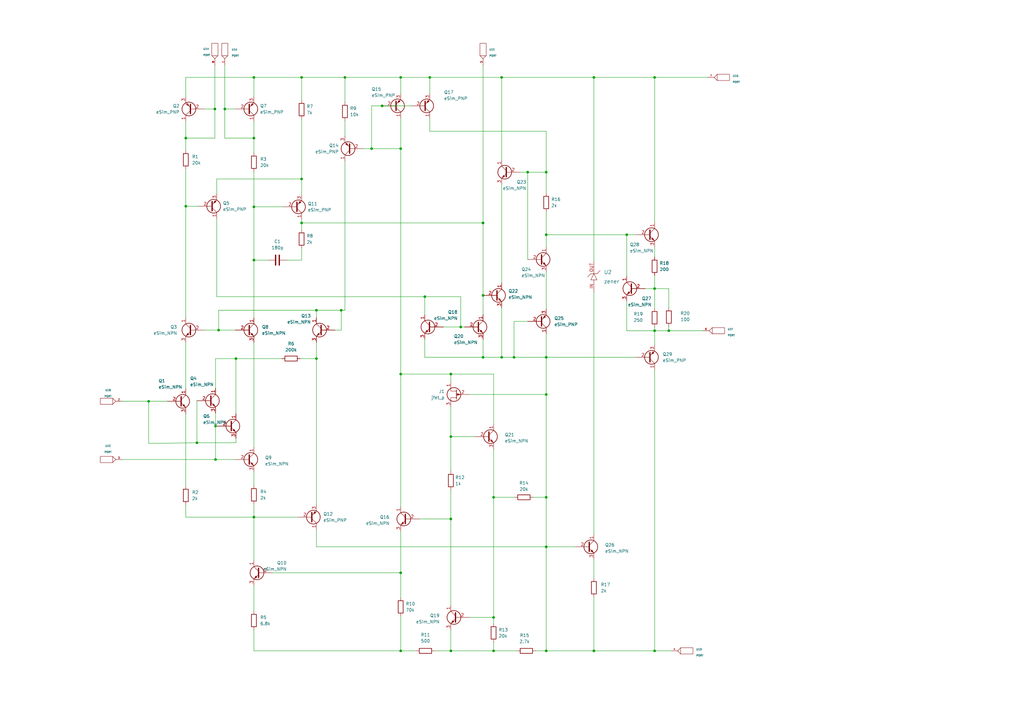
<source format=kicad_sch>
(kicad_sch (version 20211123) (generator eeschema)
  (paper "A3")
  (lib_symbols
    (symbol "eSim_Analog:zener" (pin_names (offset 1.016))
      (property "Reference" "U" (at -1.27 -2.54 0))
      (property "Value" "zener" (at 0 2.54 0))
      (symbol "zener_0_1"
        (polyline (pts (xy 2.54 -1.27) (xy 1.27 -2.54)))
        (polyline (pts (xy 2.54 1.27) (xy 2.54 -1.27)))
        (polyline (pts (xy 2.54 1.27) (xy 3.81 2.54)))
        (polyline (pts (xy 0 1.27) (xy 0 -1.27) (xy 2.54 0) (xy 0 1.27)))
      )
      (symbol "zener_1_1"
        (pin input line (at -5.08 0 0) (length 5.08) (name "~") (number "IN"))
        (pin output line (at 7.62 0 180) (length 5.08) (name "~") (number "OUT"))
      )
    )
    (symbol "eSim_Devices:capacitor" (pin_numbers hide) (pin_names (offset 0.254))
      (property "Reference" "C" (at 0.635 2.54 0))
      (property "Value" "capacitor" (at 0.635 -2.54 0))
      (symbol "capacitor_0_1"
        (polyline (pts (xy -2.032 -0.762) (xy 2.032 -0.762)) (stroke (width 0.508)))
        (polyline (pts (xy -2.032 0.762) (xy 2.032 0.762)) (stroke (width 0.508)))
      )
      (symbol "capacitor_1_1"
        (pin passive line (at 0 3.81 270) (length 2.794) (name "~") (number "1"))
        (pin passive line (at 0 -3.81 90) (length 2.794) (name "~") (number "2"))
      )
    )
    (symbol "eSim_Devices:eSim_NPN" (pin_names (offset 0) hide)
      (property "Reference" "Q" (at -2.54 1.27 0))
      (property "Value" "eSim_NPN" (at -1.27 3.81 0))
      (symbol "eSim_NPN_0_1"
        (polyline (pts (xy 0.635 0.635) (xy 2.54 2.54)))
        (polyline (pts (xy 0.635 -0.635) (xy 2.54 -2.54) (xy 2.54 -2.54)))
        (polyline (pts (xy 0.635 1.905) (xy 0.635 -1.905) (xy 0.635 -1.905)) (stroke (width 0.508)))
        (polyline (pts (xy 1.27 -1.778) (xy 1.778 -1.27) (xy 2.286 -2.286) (xy 1.27 -1.778) (xy 1.27 -1.778)) (fill (type outline)))
        (circle (center 1.27 0) (radius 2.8194) (stroke (width 0.254)))
      )
      (symbol "eSim_NPN_1_1"
        (pin passive line (at 2.54 5.08 270) (length 2.54) (name "C") (number "1"))
        (pin passive line (at -5.08 0 0) (length 5.715) (name "B") (number "2"))
        (pin passive line (at 2.54 -5.08 90) (length 2.54) (name "E") (number "3"))
      )
    )
    (symbol "eSim_Devices:eSim_PNP" (pin_names (offset 0) hide)
      (property "Reference" "Q" (at -2.54 1.27 0))
      (property "Value" "eSim_PNP" (at -1.27 3.81 0))
      (symbol "eSim_PNP_0_1"
        (polyline (pts (xy 0.635 0.635) (xy 2.54 2.54)))
        (polyline (pts (xy 0.635 -0.635) (xy 2.54 -2.54) (xy 2.54 -2.54)))
        (polyline (pts (xy 0.635 1.905) (xy 0.635 -1.905) (xy 0.635 -1.905)) (stroke (width 0.508)))
        (polyline (pts (xy 2.286 -1.778) (xy 1.778 -2.286) (xy 1.27 -1.27) (xy 2.286 -1.778) (xy 2.286 -1.778)) (fill (type outline)))
        (circle (center 1.27 0) (radius 2.8194) (stroke (width 0.254)))
      )
      (symbol "eSim_PNP_1_1"
        (pin passive line (at 2.54 5.08 270) (length 2.54) (name "C") (number "1"))
        (pin passive line (at -5.08 0 0) (length 5.715) (name "B") (number "2"))
        (pin passive line (at 2.54 -5.08 90) (length 2.54) (name "E") (number "3"))
      )
    )
    (symbol "eSim_Devices:jfet_p" (pin_names (offset 0) hide)
      (property "Reference" "J" (at -2.54 1.27 0))
      (property "Value" "jfet_p" (at -1.27 3.81 0))
      (symbol "jfet_p_0_1"
        (polyline (pts (xy 0.254 1.905) (xy 0.254 -1.905) (xy 0.254 -1.905)) (stroke (width 0.254)))
        (polyline (pts (xy 2.54 -2.54) (xy 2.54 -1.27) (xy 0.254 -1.27)))
        (polyline (pts (xy 2.54 2.54) (xy 2.54 1.397) (xy 0.254 1.397)))
        (polyline (pts (xy -1.143 0) (xy -0.127 0.381) (xy -0.127 -0.381) (xy -1.143 0)) (fill (type outline)))
        (circle (center 1.27 0) (radius 2.8194) (stroke (width 0.254)))
      )
      (symbol "jfet_p_1_1"
        (pin passive line (at 2.54 5.08 270) (length 2.54) (name "D") (number "1"))
        (pin passive line (at -5.08 0 0) (length 5.334) (name "G") (number "2"))
        (pin passive line (at 2.54 -5.08 90) (length 2.54) (name "S") (number "3"))
      )
    )
    (symbol "eSim_Devices:resistor" (pin_numbers hide) (pin_names (offset 0))
      (property "Reference" "R" (at 1.27 3.302 0))
      (property "Value" "resistor" (at 1.27 -1.27 0))
      (symbol "resistor_0_1"
        (rectangle (start 3.81 0.254) (end -1.27 2.286) (stroke (width 0.254)))
      )
      (symbol "resistor_1_1"
        (pin passive line (at -2.54 1.27 0) (length 1.27) (name "~") (number "1"))
        (pin passive line (at 5.08 1.27 180) (length 1.27) (name "~") (number "2"))
      )
    )
    (symbol "eSim_Miscellaneous:PORT" (pin_names (offset 1.016))
      (property "Reference" "U" (at 1.27 2.54 0))
      (property "Value" "PORT" (at 0 0 0))
      (symbol "PORT_0_1"
        (rectangle (start -2.54 1.27) (end 2.54 -1.27))
        (arc (start 2.54 1.27) (mid 3.1355 0.5955) (end 3.81 0))
        (arc (start 3.81 0) (mid 3.1447 -0.6046) (end 2.54 -1.27))
      )
      (symbol "PORT_1_1"
        (pin bidirectional line (at 6.35 0 180) (length 2.54) (name "~") (number "1"))
      )
      (symbol "PORT_2_1"
        (pin bidirectional line (at 6.35 0 180) (length 2.54) (name "~") (number "2"))
      )
      (symbol "PORT_3_1"
        (pin bidirectional line (at 6.35 0 180) (length 2.54) (name "~") (number "3"))
      )
      (symbol "PORT_4_1"
        (pin bidirectional line (at 6.35 0 180) (length 2.54) (name "~") (number "4"))
      )
      (symbol "PORT_5_1"
        (pin bidirectional line (at 6.35 0 180) (length 2.54) (name "~") (number "5"))
      )
      (symbol "PORT_6_1"
        (pin bidirectional line (at 6.35 0 180) (length 2.54) (name "~") (number "6"))
      )
      (symbol "PORT_7_1"
        (pin bidirectional line (at 6.35 0 180) (length 2.54) (name "~") (number "7"))
      )
      (symbol "PORT_8_1"
        (pin bidirectional line (at 6.35 0 180) (length 2.54) (name "~") (number "8"))
      )
      (symbol "PORT_9_1"
        (pin bidirectional line (at 6.35 0 180) (length 2.54) (name "~") (number "9"))
      )
      (symbol "PORT_10_1"
        (pin bidirectional line (at 6.35 0 180) (length 2.54) (name "~") (number "10"))
      )
      (symbol "PORT_11_1"
        (pin bidirectional line (at 6.35 0 180) (length 2.54) (name "~") (number "11"))
      )
      (symbol "PORT_12_1"
        (pin bidirectional line (at 6.35 0 180) (length 2.54) (name "~") (number "12"))
      )
      (symbol "PORT_13_1"
        (pin bidirectional line (at 6.35 0 180) (length 2.54) (name "~") (number "13"))
      )
      (symbol "PORT_14_1"
        (pin bidirectional line (at 6.35 0 180) (length 2.54) (name "~") (number "14"))
      )
      (symbol "PORT_15_1"
        (pin bidirectional line (at 6.35 0 180) (length 2.54) (name "~") (number "15"))
      )
      (symbol "PORT_16_1"
        (pin bidirectional line (at 6.35 0 180) (length 2.54) (name "~") (number "16"))
      )
      (symbol "PORT_17_1"
        (pin bidirectional line (at 6.35 0 180) (length 2.54) (name "~") (number "17"))
      )
      (symbol "PORT_18_1"
        (pin bidirectional line (at 6.35 0 180) (length 2.54) (name "~") (number "18"))
      )
      (symbol "PORT_19_1"
        (pin bidirectional line (at 6.35 0 180) (length 2.54) (name "~") (number "19"))
      )
      (symbol "PORT_20_1"
        (pin bidirectional line (at 6.35 0 180) (length 2.54) (name "~") (number "20"))
      )
      (symbol "PORT_21_1"
        (pin bidirectional line (at 6.35 0 180) (length 2.54) (name "~") (number "21"))
      )
      (symbol "PORT_22_1"
        (pin bidirectional line (at 6.35 0 180) (length 2.54) (name "~") (number "22"))
      )
      (symbol "PORT_23_1"
        (pin bidirectional line (at 6.35 0 180) (length 2.54) (name "~") (number "23"))
      )
      (symbol "PORT_24_1"
        (pin bidirectional line (at 6.35 0 180) (length 2.54) (name "~") (number "24"))
      )
      (symbol "PORT_25_1"
        (pin bidirectional line (at 6.35 0 180) (length 2.54) (name "~") (number "25"))
      )
      (symbol "PORT_26_1"
        (pin bidirectional line (at 6.35 0 180) (length 2.54) (name "~") (number "26"))
      )
    )
  )
  (junction (at 89.662 135.382))
  (junction (at 224.028 96.266))
  (junction (at 80.772 181.61))
  (junction (at 156.718 43.434))
  (junction (at 184.912 266.954))
  (junction (at 184.912 212.852))
  (junction (at 202.438 253.238))
  (junction (at 92.202 44.704))
  (junction (at 243.586 31.75))
  (junction (at 274.32 135.636))
  (junction (at 202.438 266.954))
  (junction (at 96.774 147.066))
  (junction (at 268.478 135.636))
  (junction (at 268.478 266.954))
  (junction (at 224.028 146.558))
  (junction (at 174.244 121.666))
  (junction (at 104.14 106.68))
  (junction (at 123.698 73.406))
  (junction (at 184.912 153.416))
  (junction (at 60.96 164.592))
  (junction (at 164.338 60.96))
  (junction (at 224.028 203.962))
  (junction (at 198.12 121.158))
  (junction (at 88.138 44.704))
  (junction (at 104.14 84.836))
  (junction (at 184.912 179.07))
  (junction (at 205.74 31.75))
  (junction (at 210.82 146.558))
  (junction (at 76.2 84.582))
  (junction (at 224.028 224.282))
  (junction (at 205.74 146.558))
  (junction (at 224.028 70.612))
  (junction (at 176.276 31.75))
  (junction (at 188.976 134.112))
  (junction (at 164.338 31.75))
  (junction (at 123.698 91.44))
  (junction (at 152.4 60.96))
  (junction (at 123.698 31.75))
  (junction (at 88.392 188.468))
  (junction (at 243.586 266.954))
  (junction (at 224.028 161.798))
  (junction (at 141.478 31.75))
  (junction (at 216.408 70.612))
  (junction (at 257.048 96.266))
  (junction (at 224.028 266.954))
  (junction (at 268.478 118.364))
  (junction (at 198.12 146.558))
  (junction (at 104.14 56.642))
  (junction (at 198.12 91.44))
  (junction (at 164.338 153.416))
  (junction (at 88.392 174.752))
  (junction (at 164.338 266.954))
  (junction (at 139.954 127.254))
  (junction (at 202.438 203.962))
  (junction (at 268.478 31.75))
  (junction (at 104.14 212.09))
  (junction (at 129.794 127.254))
  (junction (at 129.794 147.066))
  (junction (at 164.338 234.95))
  (junction (at 76.2 56.642))
  (junction (at 104.14 31.75))
  (wire (pts (xy 257.048 135.636) (xy 268.478 135.636)))
  (wire (pts (xy 164.338 153.416) (xy 164.338 207.772)))
  (wire (pts (xy 184.912 179.07) (xy 194.818 179.07)))
  (wire (pts (xy 274.32 133.858) (xy 274.32 135.636)))
  (wire (pts (xy 171.958 212.852) (xy 184.912 212.852)))
  (wire (pts (xy 184.912 153.416) (xy 202.438 153.416)))
  (wire (pts (xy 213.36 70.612) (xy 216.408 70.612)))
  (wire (pts (xy 164.338 252.73) (xy 164.338 266.954)))
  (wire (pts (xy 164.338 60.96) (xy 164.338 153.416)))
  (wire (pts (xy 219.71 266.954) (xy 224.028 266.954)))
  (wire (pts (xy 123.698 31.75) (xy 141.478 31.75)))
  (wire (pts (xy 76.2 84.582) (xy 76.2 130.302)))
  (wire (pts (xy 111.76 234.95) (xy 164.338 234.95)))
  (wire (pts (xy 129.794 224.282) (xy 224.028 224.282)))
  (wire (pts (xy 198.12 139.192) (xy 198.12 146.558)))
  (wire (pts (xy 184.912 153.416) (xy 184.912 156.718)))
  (wire (pts (xy 76.2 39.624) (xy 76.2 31.75)))
  (wire (pts (xy 268.478 118.364) (xy 264.668 118.364)))
  (wire (pts (xy 76.2 31.75) (xy 104.14 31.75)))
  (wire (pts (xy 174.244 129.032) (xy 174.244 121.666)))
  (wire (pts (xy 104.14 70.358) (xy 104.14 84.836)))
  (wire (pts (xy 257.048 123.444) (xy 257.048 135.636)))
  (wire (pts (xy 139.954 135.382) (xy 137.414 135.382)))
  (wire (pts (xy 104.14 31.75) (xy 123.698 31.75)))
  (wire (pts (xy 181.864 134.112) (xy 188.976 134.112)))
  (wire (pts (xy 123.698 73.406) (xy 123.698 79.756)))
  (wire (pts (xy 129.794 127.254) (xy 139.954 127.254)))
  (wire (pts (xy 152.4 43.434) (xy 156.718 43.434)))
  (wire (pts (xy 243.586 266.954) (xy 268.478 266.954)))
  (wire (pts (xy 104.14 212.09) (xy 122.174 212.09)))
  (wire (pts (xy 174.244 139.192) (xy 174.244 146.558)))
  (wire (pts (xy 96.774 169.672) (xy 96.774 147.066)))
  (wire (pts (xy 88.138 26.67) (xy 88.138 44.704)))
  (wire (pts (xy 88.9 73.406) (xy 123.698 73.406)))
  (wire (pts (xy 205.74 31.75) (xy 243.586 31.75)))
  (wire (pts (xy 202.438 184.15) (xy 202.438 203.962)))
  (wire (pts (xy 123.698 91.44) (xy 198.12 91.44)))
  (wire (pts (xy 152.4 43.434) (xy 152.4 60.96)))
  (wire (pts (xy 198.12 26.67) (xy 198.12 91.44)))
  (wire (pts (xy 176.276 48.514) (xy 176.276 53.848)))
  (wire (pts (xy 257.048 113.284) (xy 257.048 96.266)))
  (wire (pts (xy 164.338 217.932) (xy 164.338 234.95)))
  (wire (pts (xy 129.794 147.066) (xy 129.794 207.01)))
  (wire (pts (xy 224.028 146.558) (xy 224.028 161.798)))
  (wire (pts (xy 268.478 118.364) (xy 268.478 126.492)))
  (wire (pts (xy 104.14 258.318) (xy 104.14 266.954)))
  (wire (pts (xy 88.392 174.752) (xy 89.154 174.752)))
  (wire (pts (xy 184.912 212.852) (xy 184.912 248.158)))
  (wire (pts (xy 60.96 164.592) (xy 50.038 164.592)))
  (wire (pts (xy 184.912 266.954) (xy 202.438 266.954)))
  (wire (pts (xy 243.586 229.362) (xy 243.586 237.236)))
  (wire (pts (xy 89.662 135.382) (xy 89.662 127.254)))
  (wire (pts (xy 184.912 193.294) (xy 184.912 179.07)))
  (wire (pts (xy 104.14 193.548) (xy 104.14 199.136)))
  (wire (pts (xy 88.392 169.418) (xy 88.392 174.752)))
  (wire (pts (xy 139.954 127.254) (xy 139.954 135.382)))
  (wire (pts (xy 176.276 31.75) (xy 176.276 38.354)))
  (wire (pts (xy 224.028 86.868) (xy 224.028 96.266)))
  (wire (pts (xy 129.794 217.17) (xy 129.794 224.282)))
  (wire (pts (xy 88.138 44.704) (xy 88.138 56.642)))
  (wire (pts (xy 89.662 127.254) (xy 129.794 127.254)))
  (wire (pts (xy 83.82 44.704) (xy 88.138 44.704)))
  (wire (pts (xy 123.698 106.68) (xy 123.698 101.854)))
  (wire (pts (xy 202.438 253.238) (xy 192.532 253.238)))
  (wire (pts (xy 202.438 266.954) (xy 212.09 266.954)))
  (wire (pts (xy 205.74 65.532) (xy 205.74 31.75)))
  (wire (pts (xy 80.772 164.338) (xy 80.772 181.61)))
  (wire (pts (xy 274.32 118.364) (xy 274.32 126.238)))
  (wire (pts (xy 139.954 127.254) (xy 141.478 127.254)))
  (wire (pts (xy 104.14 266.954) (xy 164.338 266.954)))
  (wire (pts (xy 88.392 147.066) (xy 96.774 147.066)))
  (wire (pts (xy 210.82 146.558) (xy 224.028 146.558)))
  (wire (pts (xy 76.2 69.342) (xy 76.2 84.582)))
  (wire (pts (xy 257.048 96.266) (xy 260.858 96.266)))
  (wire (pts (xy 224.028 53.848) (xy 224.028 70.612)))
  (wire (pts (xy 88.392 174.752) (xy 88.392 188.468)))
  (wire (pts (xy 202.438 203.962) (xy 211.074 203.962)))
  (wire (pts (xy 224.028 136.906) (xy 224.028 146.558)))
  (wire (pts (xy 81.28 84.582) (xy 76.2 84.582)))
  (wire (pts (xy 141.478 49.53) (xy 141.478 55.88)))
  (wire (pts (xy 123.698 91.44) (xy 123.698 94.234)))
  (wire (pts (xy 88.9 73.406) (xy 88.9 79.502)))
  (wire (pts (xy 88.138 56.642) (xy 76.2 56.642)))
  (wire (pts (xy 164.338 266.954) (xy 170.688 266.954)))
  (wire (pts (xy 224.028 224.282) (xy 224.028 266.954)))
  (wire (pts (xy 192.532 161.798) (xy 224.028 161.798)))
  (wire (pts (xy 164.338 153.416) (xy 184.912 153.416)))
  (wire (pts (xy 164.338 31.75) (xy 164.338 38.354)))
  (wire (pts (xy 123.698 89.916) (xy 123.698 91.44)))
  (wire (pts (xy 88.9 121.666) (xy 174.244 121.666)))
  (wire (pts (xy 176.276 31.75) (xy 205.74 31.75)))
  (wire (pts (xy 198.12 121.158) (xy 198.12 91.44)))
  (wire (pts (xy 96.774 179.832) (xy 96.774 181.61)))
  (wire (pts (xy 268.478 151.638) (xy 268.478 266.954)))
  (wire (pts (xy 88.392 188.468) (xy 96.52 188.468)))
  (wire (pts (xy 205.74 146.558) (xy 210.82 146.558)))
  (wire (pts (xy 164.338 234.95) (xy 164.338 245.11)))
  (wire (pts (xy 243.586 244.856) (xy 243.586 266.954)))
  (wire (pts (xy 268.478 31.75) (xy 290.322 31.75)))
  (wire (pts (xy 76.2 169.672) (xy 76.2 199.39)))
  (wire (pts (xy 92.202 26.67) (xy 92.202 44.704)))
  (wire (pts (xy 184.912 166.878) (xy 184.912 179.07)))
  (wire (pts (xy 224.028 111.506) (xy 224.028 126.746)))
  (wire (pts (xy 216.408 131.826) (xy 210.82 131.826)))
  (wire (pts (xy 188.976 134.112) (xy 188.976 121.666)))
  (wire (pts (xy 268.478 101.346) (xy 268.478 105.41)))
  (wire (pts (xy 129.794 140.462) (xy 129.794 147.066)))
  (wire (pts (xy 174.244 146.558) (xy 198.12 146.558)))
  (wire (pts (xy 243.586 31.75) (xy 268.478 31.75)))
  (wire (pts (xy 188.976 134.112) (xy 190.5 134.112)))
  (wire (pts (xy 117.602 106.68) (xy 123.698 106.68)))
  (wire (pts (xy 92.202 56.642) (xy 104.14 56.642)))
  (wire (pts (xy 268.478 118.364) (xy 274.32 118.364)))
  (wire (pts (xy 218.694 203.962) (xy 224.028 203.962)))
  (wire (pts (xy 149.098 60.96) (xy 152.4 60.96)))
  (wire (pts (xy 104.14 140.462) (xy 104.14 183.388)))
  (wire (pts (xy 96.774 181.61) (xy 80.772 181.61)))
  (wire (pts (xy 184.912 200.914) (xy 184.912 212.852)))
  (wire (pts (xy 205.74 75.692) (xy 205.74 116.078)))
  (wire (pts (xy 178.308 266.954) (xy 184.912 266.954)))
  (wire (pts (xy 216.408 106.426) (xy 216.408 70.612)))
  (wire (pts (xy 68.58 164.592) (xy 60.96 164.592)))
  (wire (pts (xy 88.9 89.662) (xy 88.9 121.666)))
  (wire (pts (xy 104.14 240.03) (xy 104.14 250.698)))
  (wire (pts (xy 123.698 48.768) (xy 123.698 73.406)))
  (wire (pts (xy 274.32 135.636) (xy 288.29 135.636)))
  (wire (pts (xy 50.038 188.468) (xy 88.392 188.468)))
  (wire (pts (xy 174.244 121.666) (xy 188.976 121.666)))
  (wire (pts (xy 268.478 113.03) (xy 268.478 118.364)))
  (wire (pts (xy 104.14 56.642) (xy 104.14 49.784)))
  (wire (pts (xy 164.338 48.514) (xy 164.338 60.96)))
  (wire (pts (xy 123.698 41.148) (xy 123.698 31.75)))
  (wire (pts (xy 141.478 31.75) (xy 141.478 41.91)))
  (wire (pts (xy 224.028 96.266) (xy 224.028 101.346)))
  (wire (pts (xy 216.408 70.612) (xy 224.028 70.612)))
  (wire (pts (xy 123.19 147.066) (xy 129.794 147.066)))
  (wire (pts (xy 96.52 44.704) (xy 92.202 44.704)))
  (wire (pts (xy 60.96 181.864) (xy 80.772 181.61)))
  (wire (pts (xy 202.438 255.778) (xy 202.438 253.238)))
  (wire (pts (xy 104.14 84.836) (xy 104.14 106.68)))
  (wire (pts (xy 104.14 39.624) (xy 104.14 31.75)))
  (wire (pts (xy 156.718 43.434) (xy 168.656 43.434)))
  (wire (pts (xy 205.74 126.238) (xy 205.74 146.558)))
  (wire (pts (xy 243.586 107.188) (xy 243.586 31.75)))
  (wire (pts (xy 76.2 212.09) (xy 104.14 212.09)))
  (wire (pts (xy 268.478 91.186) (xy 268.478 31.75)))
  (wire (pts (xy 76.2 207.01) (xy 76.2 212.09)))
  (wire (pts (xy 268.478 141.478) (xy 268.478 135.636)))
  (wire (pts (xy 224.028 203.962) (xy 224.028 224.282)))
  (wire (pts (xy 243.586 119.888) (xy 243.586 219.202)))
  (wire (pts (xy 104.14 206.756) (xy 104.14 212.09)))
  (wire (pts (xy 83.82 135.382) (xy 89.662 135.382)))
  (wire (pts (xy 129.794 127.254) (xy 129.794 130.302)))
  (wire (pts (xy 268.478 134.112) (xy 268.478 135.636)))
  (wire (pts (xy 92.202 44.704) (xy 92.202 56.642)))
  (wire (pts (xy 224.028 224.282) (xy 235.966 224.282)))
  (wire (pts (xy 224.028 161.798) (xy 224.028 203.962)))
  (wire (pts (xy 184.912 258.318) (xy 184.912 266.954)))
  (wire (pts (xy 224.028 96.266) (xy 257.048 96.266)))
  (wire (pts (xy 88.392 147.066) (xy 88.392 159.258)))
  (wire (pts (xy 60.96 181.864) (xy 60.96 164.592)))
  (wire (pts (xy 210.82 131.826) (xy 210.82 146.558)))
  (wire (pts (xy 164.338 31.75) (xy 176.276 31.75)))
  (wire (pts (xy 104.14 212.09) (xy 104.14 229.87)))
  (wire (pts (xy 141.478 31.75) (xy 164.338 31.75)))
  (wire (pts (xy 202.438 203.962) (xy 202.438 253.238)))
  (wire (pts (xy 224.028 146.558) (xy 260.858 146.558)))
  (wire (pts (xy 198.12 146.558) (xy 205.74 146.558)))
  (wire (pts (xy 96.774 147.066) (xy 115.57 147.066)))
  (wire (pts (xy 152.4 60.96) (xy 164.338 60.96)))
  (wire (pts (xy 89.662 135.382) (xy 96.52 135.382)))
  (wire (pts (xy 104.14 84.836) (xy 116.078 84.836)))
  (wire (pts (xy 224.028 266.954) (xy 243.586 266.954)))
  (wire (pts (xy 224.028 70.612) (xy 224.028 79.248)))
  (wire (pts (xy 76.2 140.462) (xy 76.2 159.512)))
  (wire (pts (xy 104.14 106.68) (xy 104.14 130.302)))
  (wire (pts (xy 141.478 66.04) (xy 141.478 127.254)))
  (wire (pts (xy 202.438 153.416) (xy 202.438 173.99)))
  (wire (pts (xy 176.276 53.848) (xy 224.028 53.848)))
  (wire (pts (xy 198.12 129.032) (xy 198.12 121.158)))
  (wire (pts (xy 76.2 56.642) (xy 76.2 61.722)))
  (wire (pts (xy 202.438 263.398) (xy 202.438 266.954)))
  (wire (pts (xy 104.14 106.68) (xy 109.982 106.68)))
  (wire (pts (xy 76.2 49.784) (xy 76.2 56.642)))
  (wire (pts (xy 268.478 266.954) (xy 275.336 266.954)))
  (wire (pts (xy 268.478 135.636) (xy 274.32 135.636)))
  (wire (pts (xy 104.14 56.642) (xy 104.14 62.738)))
  (symbol (lib_id "eSim_Devices:resistor") (at 102.87 65.278 270) (unit 1)
    (property "Reference" "R3" (at 106.68 65.2779 90) (effects (justify left)))
    (property "Value" "20k" (at 106.68 67.8179 90) (effects (justify left)))
  )
  (symbol (lib_id "eSim_Devices:eSim_PNP") (at 173.736 43.434 0) (mirror x) (unit 1)
    (property "Reference" "Q17" (at 182.118 37.846 0) (effects (justify left)))
    (property "Value" "eSim_PNP" (at 182.118 40.386 0) (effects (justify left)))
  )
  (symbol (lib_id "eSim_Devices:eSim_PNP") (at 78.74 44.704 180) (unit 1)
    (property "Reference" "Q2" (at 73.66 43.4339 0) (effects (justify left)))
    (property "Value" "eSim_PNP" (at 73.66 45.9739 0) (effects (justify left)))
  )
  (symbol (lib_id "eSim_Devices:eSim_NPN") (at 101.6 188.468 0) (unit 1)
    (property "Reference" "Q9" (at 108.712 187.706 0) (effects (justify left)))
    (property "Value" "eSim_NPN" (at 108.712 190.246 0) (effects (justify left)))
  )
  (symbol (lib_id "eSim_Devices:capacitor") (at 113.792 106.68 270) (unit 1)
    (property "Reference" "C1" (at 113.792 99.06 90))
    (property "Value" "180p" (at 113.792 101.6 90))
  )
  (symbol (lib_id "eSim_Devices:eSim_NPN") (at 166.878 212.852 0) (mirror y) (unit 1)
    (property "Reference" "Q16" (at 159.766 212.09 0) (effects (justify left)))
    (property "Value" "eSim_NPN" (at 159.766 214.63 0) (effects (justify left)))
  )
  (symbol (lib_id "eSim_Devices:eSim_NPN") (at 241.046 224.282 0) (unit 1)
    (property "Reference" "Q26" (at 248.158 223.52 0) (effects (justify left)))
    (property "Value" "eSim_NPN" (at 248.158 226.06 0) (effects (justify left)))
  )
  (symbol (lib_id "eSim_Devices:eSim_NPN") (at 176.784 134.112 0) (mirror y) (unit 1)
    (property "Reference" "Q18" (at 187.706 128.016 0) (effects (justify left)))
    (property "Value" "eSim_NPN" (at 187.706 130.556 0) (effects (justify left)))
  )
  (symbol (lib_id "eSim_Miscellaneous:PORT") (at 294.64 135.636 180) (unit 6)
    (property "Reference" "U1" (at 298.45 135.001 0) (effects (font (size 0.762 0.762)) (justify right)))
    (property "Value" "PORT" (at 298.45 137.541 0) (effects (font (size 0.762 0.762)) (justify right)))
  )
  (symbol (lib_id "eSim_Devices:resistor") (at 267.208 129.032 270) (unit 1)
    (property "Reference" "R19" (at 259.842 128.778 90) (effects (justify left)))
    (property "Value" "250" (at 259.842 131.318 90) (effects (justify left)))
  )
  (symbol (lib_id "eSim_Devices:eSim_NPN") (at 106.68 234.95 0) (mirror y) (unit 1)
    (property "Reference" "Q10" (at 117.602 230.886 0) (effects (justify left)))
    (property "Value" "eSim_NPN" (at 117.602 233.426 0) (effects (justify left)))
  )
  (symbol (lib_id "eSim_Devices:resistor") (at 140.208 44.45 270) (unit 1)
    (property "Reference" "R9" (at 143.51 44.4499 90) (effects (justify left)))
    (property "Value" "10k" (at 143.51 46.9899 90) (effects (justify left)))
  )
  (symbol (lib_id "eSim_Devices:eSim_PNP") (at 265.938 146.558 0) (mirror x) (unit 1)
    (property "Reference" "Q29" (at 271.78 145.2879 0) (effects (justify left)))
    (property "Value" "eSim_PNP" (at 271.78 147.8279 0) (effects (justify left)))
  )
  (symbol (lib_id "eSim_Devices:eSim_PNP") (at 101.6 44.704 0) (mirror x) (unit 1)
    (property "Reference" "Q7" (at 106.68 43.4339 0) (effects (justify left)))
    (property "Value" "eSim_PNP" (at 106.68 45.9739 0) (effects (justify left)))
  )
  (symbol (lib_id "eSim_Devices:eSim_NPN") (at 78.74 135.382 0) (mirror y) (unit 1)
    (property "Reference" "Q3" (at 72.644 134.1119 0) (effects (justify left)))
    (property "Value" "eSim_NPN" (at 72.644 136.6519 0) (effects (justify left)))
  )
  (symbol (lib_id "eSim_Devices:eSim_PNP") (at 86.36 84.582 0) (mirror x) (unit 1)
    (property "Reference" "Q5" (at 91.44 83.3119 0) (effects (justify left)))
    (property "Value" "eSim_PNP" (at 91.44 85.8519 0) (effects (justify left)))
  )
  (symbol (lib_id "eSim_Devices:resistor") (at 102.87 201.676 270) (unit 1)
    (property "Reference" "R4" (at 106.68 201.6759 90) (effects (justify left)))
    (property "Value" "2k" (at 106.68 204.2159 90) (effects (justify left)))
  )
  (symbol (lib_id "eSim_Devices:resistor") (at 183.642 195.834 270) (unit 1)
    (property "Reference" "R12" (at 186.69 195.8339 90) (effects (justify left)))
    (property "Value" "1k" (at 186.69 198.3739 90) (effects (justify left)))
  )
  (symbol (lib_id "eSim_Devices:eSim_PNP") (at 161.798 43.434 0) (mirror x) (unit 1)
    (property "Reference" "Q15" (at 152.4 36.576 0) (effects (justify left)))
    (property "Value" "eSim_PNP" (at 152.4 39.116 0) (effects (justify left)))
  )
  (symbol (lib_id "eSim_Devices:resistor") (at 222.758 81.788 270) (unit 1)
    (property "Reference" "R16" (at 226.06 81.7879 90) (effects (justify left)))
    (property "Value" "2k" (at 226.06 84.3279 90) (effects (justify left)))
  )
  (symbol (lib_id "eSim_Devices:resistor") (at 175.768 265.684 180) (unit 1)
    (property "Reference" "R11" (at 174.498 260.35 0))
    (property "Value" "500" (at 174.498 262.89 0))
  )
  (symbol (lib_id "eSim_Devices:eSim_NPN") (at 101.6 135.382 0) (unit 1)
    (property "Reference" "Q8" (at 107.442 134.1119 0) (effects (justify left)))
    (property "Value" "eSim_NPN" (at 107.442 136.6519 0) (effects (justify left)))
  )
  (symbol (lib_id "eSim_Devices:eSim_NPN") (at 221.488 106.426 0) (unit 1)
    (property "Reference" "Q24" (at 213.868 110.49 0) (effects (justify left)))
    (property "Value" "eSim_NPN" (at 213.868 113.03 0) (effects (justify left)))
  )
  (symbol (lib_id "eSim_Devices:eSim_NPN") (at 73.66 164.592 0) (unit 1)
    (property "Reference" "Q1" (at 65.024 156.21 0) (effects (justify left)))
    (property "Value" "eSim_NPN" (at 65.024 158.75 0) (effects (justify left)))
  )
  (symbol (lib_id "eSim_Miscellaneous:PORT") (at 296.672 31.75 180) (unit 7)
    (property "Reference" "U1" (at 300.482 31.115 0) (effects (font (size 0.762 0.762)) (justify right)))
    (property "Value" "PORT" (at 300.482 33.655 0) (effects (font (size 0.762 0.762)) (justify right)))
  )
  (symbol (lib_id "eSim_Devices:eSim_NPN") (at 85.852 164.338 0) (unit 1)
    (property "Reference" "Q4" (at 77.978 155.194 0) (effects (justify left)))
    (property "Value" "eSim_NPN" (at 77.978 157.734 0) (effects (justify left)))
  )
  (symbol (lib_id "eSim_Miscellaneous:PORT") (at 198.12 20.32 270) (unit 5)
    (property "Reference" "U1" (at 200.66 20.32 90) (effects (font (size 0.762 0.762)) (justify left)))
    (property "Value" "PORT" (at 200.66 22.86 90) (effects (font (size 0.762 0.762)) (justify left)))
  )
  (symbol (lib_id "eSim_Devices:eSim_NPN") (at 199.898 179.07 0) (unit 1)
    (property "Reference" "Q21" (at 207.01 178.308 0) (effects (justify left)))
    (property "Value" "eSim_NPN" (at 207.01 180.848 0) (effects (justify left)))
  )
  (symbol (lib_id "eSim_Devices:resistor") (at 201.168 258.318 270) (unit 1)
    (property "Reference" "R13" (at 204.47 258.3179 90) (effects (justify left)))
    (property "Value" "20k" (at 204.47 260.8579 90) (effects (justify left)))
  )
  (symbol (lib_id "eSim_Devices:resistor") (at 122.428 96.774 270) (unit 1)
    (property "Reference" "R8" (at 125.73 96.7739 90) (effects (justify left)))
    (property "Value" "2k" (at 125.73 99.3139 90) (effects (justify left)))
  )
  (symbol (lib_id "eSim_Devices:eSim_PNP") (at 127.254 212.09 0) (mirror x) (unit 1)
    (property "Reference" "Q12" (at 132.588 210.8199 0) (effects (justify left)))
    (property "Value" "eSim_PNP" (at 132.588 213.3599 0) (effects (justify left)))
  )
  (symbol (lib_id "eSim_Devices:eSim_NPN") (at 132.334 135.382 0) (mirror y) (unit 1)
    (property "Reference" "Q13" (at 127.508 129.54 0) (effects (justify left)))
    (property "Value" "eSim_NPN" (at 127.508 132.08 0) (effects (justify left)))
  )
  (symbol (lib_id "eSim_Devices:eSim_PNP") (at 221.488 131.826 0) (mirror x) (unit 1)
    (property "Reference" "Q25" (at 227.33 130.5559 0) (effects (justify left)))
    (property "Value" "eSim_PNP" (at 227.33 133.0959 0) (effects (justify left)))
  )
  (symbol (lib_id "eSim_Devices:resistor") (at 74.93 201.93 270) (unit 1)
    (property "Reference" "R2" (at 78.74 201.9299 90) (effects (justify left)))
    (property "Value" "2k" (at 78.74 204.4699 90) (effects (justify left)))
  )
  (symbol (lib_id "eSim_Devices:resistor") (at 216.154 202.692 180) (unit 1)
    (property "Reference" "R14" (at 214.884 198.12 0))
    (property "Value" "20k" (at 214.884 200.66 0))
  )
  (symbol (lib_id "eSim_Devices:eSim_PNP") (at 144.018 60.96 180) (unit 1)
    (property "Reference" "Q14" (at 138.938 59.6899 0) (effects (justify left)))
    (property "Value" "eSim_PNP" (at 138.938 62.2299 0) (effects (justify left)))
  )
  (symbol (lib_id "eSim_Devices:resistor") (at 275.59 128.778 90) (mirror x) (unit 1)
    (property "Reference" "R20" (at 282.956 128.524 90) (effects (justify left)))
    (property "Value" "100" (at 282.956 131.064 90) (effects (justify left)))
  )
  (symbol (lib_id "eSim_Devices:jfet_p") (at 187.452 161.798 0) (mirror y) (unit 1)
    (property "Reference" "J1" (at 182.372 160.5279 0) (effects (justify left)))
    (property "Value" "jfet_p" (at 182.372 163.0679 0) (effects (justify left)))
  )
  (symbol (lib_id "eSim_Devices:eSim_NPN") (at 94.234 174.752 0) (unit 1)
    (property "Reference" "Q6" (at 83.312 170.688 0) (effects (justify left)))
    (property "Value" "eSim_NPN" (at 83.312 173.228 0) (effects (justify left)))
  )
  (symbol (lib_id "eSim_Devices:resistor") (at 74.93 64.262 270) (unit 1)
    (property "Reference" "R1" (at 78.74 64.2619 90) (effects (justify left)))
    (property "Value" "20k" (at 78.74 66.8019 90) (effects (justify left)))
  )
  (symbol (lib_id "eSim_Devices:resistor") (at 120.65 145.796 180) (unit 1)
    (property "Reference" "R6" (at 119.38 140.97 0))
    (property "Value" "200k" (at 119.38 143.51 0))
  )
  (symbol (lib_id "eSim_Miscellaneous:PORT") (at 43.688 188.468 0) (unit 3)
    (property "Reference" "U1" (at 44.323 182.88 0) (effects (font (size 0.762 0.762))))
    (property "Value" "PORT" (at 44.323 185.42 0) (effects (font (size 0.762 0.762))))
  )
  (symbol (lib_id "eSim_Miscellaneous:PORT") (at 88.138 20.32 270) (unit 8)
    (property "Reference" "U1" (at 83.312 20.066 90) (effects (font (size 0.762 0.762)) (justify left)))
    (property "Value" "PORT" (at 83.312 22.606 90) (effects (font (size 0.762 0.762)) (justify left)))
  )
  (symbol (lib_id "eSim_Miscellaneous:PORT") (at 43.688 164.592 0) (unit 2)
    (property "Reference" "U1" (at 44.323 160.02 0) (effects (font (size 0.762 0.762))))
    (property "Value" "PORT" (at 44.323 162.56 0) (effects (font (size 0.762 0.762))))
  )
  (symbol (lib_id "eSim_Devices:eSim_NPN") (at 208.28 70.612 0) (mirror y) (unit 1)
    (property "Reference" "Q23" (at 215.9 74.676 0) (effects (justify left)))
    (property "Value" "eSim_NPN" (at 215.9 77.216 0) (effects (justify left)))
  )
  (symbol (lib_id "eSim_Devices:eSim_PNP") (at 121.158 84.836 0) (mirror x) (unit 1)
    (property "Reference" "Q11" (at 126.238 83.5659 0) (effects (justify left)))
    (property "Value" "eSim_PNP" (at 126.238 86.1059 0) (effects (justify left)))
  )
  (symbol (lib_id "eSim_Devices:resistor") (at 163.068 247.65 270) (unit 1)
    (property "Reference" "R10" (at 166.37 247.6499 90) (effects (justify left)))
    (property "Value" "70k" (at 166.37 250.1899 90) (effects (justify left)))
  )
  (symbol (lib_id "eSim_Miscellaneous:PORT") (at 92.202 20.32 270) (unit 1)
    (property "Reference" "U1" (at 94.996 20.32 90) (effects (font (size 0.762 0.762)) (justify left)))
    (property "Value" "PORT" (at 94.996 22.86 90) (effects (font (size 0.762 0.762)) (justify left)))
  )
  (symbol (lib_id "eSim_Devices:eSim_NPN") (at 187.452 253.238 0) (mirror y) (unit 1)
    (property "Reference" "Q19" (at 180.34 252.476 0) (effects (justify left)))
    (property "Value" "eSim_NPN" (at 180.34 255.016 0) (effects (justify left)))
  )
  (symbol (lib_id "eSim_Devices:eSim_NPN") (at 195.58 134.112 0) (unit 1)
    (property "Reference" "Q20" (at 186.182 137.922 0) (effects (justify left)))
    (property "Value" "eSim_NPN" (at 186.182 140.462 0) (effects (justify left)))
  )
  (symbol (lib_id "eSim_Devices:eSim_NPN") (at 265.938 96.266 0) (unit 1)
    (property "Reference" "Q28" (at 258.318 100.33 0) (effects (justify left)))
    (property "Value" "eSim_NPN" (at 258.318 102.87 0) (effects (justify left)))
  )
  (symbol (lib_id "eSim_Devices:resistor") (at 267.208 107.95 270) (unit 1)
    (property "Reference" "R18" (at 270.51 107.9499 90) (effects (justify left)))
    (property "Value" "200" (at 270.51 110.4899 90) (effects (justify left)))
  )
  (symbol (lib_id "eSim_Devices:resistor") (at 102.87 253.238 270) (unit 1)
    (property "Reference" "R5" (at 106.68 253.2379 90) (effects (justify left)))
    (property "Value" "6.8k" (at 106.68 255.7779 90) (effects (justify left)))
  )
  (symbol (lib_id "eSim_Devices:resistor") (at 122.428 43.688 270) (unit 1)
    (property "Reference" "R7" (at 125.73 43.6879 90) (effects (justify left)))
    (property "Value" "7k" (at 125.73 46.2279 90) (effects (justify left)))
  )
  (symbol (lib_id "eSim_Analog:zener") (at 243.586 114.808 270) (mirror x) (unit 1)
    (property "Reference" "U2" (at 247.65 111.633 90) (effects (font (size 1.524 1.524)) (justify left)))
    (property "Value" "zener" (at 247.65 115.443 90) (effects (font (size 1.524 1.524)) (justify left)))
  )
  (symbol (lib_id "eSim_Devices:eSim_NPN") (at 259.588 118.364 0) (mirror y) (unit 1)
    (property "Reference" "Q27" (at 267.208 122.428 0) (effects (justify left)))
    (property "Value" "eSim_NPN" (at 267.208 124.968 0) (effects (justify left)))
  )
  (symbol (lib_id "eSim_Devices:resistor") (at 217.17 265.684 180) (unit 1)
    (property "Reference" "R15" (at 215.138 260.604 0))
    (property "Value" "2.7k" (at 215.138 263.144 0))
  )
  (symbol (lib_id "eSim_Devices:resistor") (at 242.316 239.776 270) (unit 1)
    (property "Reference" "R17" (at 246.38 239.7759 90) (effects (justify left)))
    (property "Value" "2k" (at 246.38 242.3159 90) (effects (justify left)))
  )
  (symbol (lib_id "eSim_Devices:eSim_NPN") (at 203.2 121.158 0) (unit 1)
    (property "Reference" "Q22" (at 208.534 119.38 0) (effects (justify left)))
    (property "Value" "eSim_NPN" (at 208.534 121.92 0) (effects (justify left)))
  )
  (symbol (lib_id "eSim_Miscellaneous:PORT") (at 281.686 266.954 180) (unit 4)
    (property "Reference" "U1" (at 285.496 266.319 0) (effects (font (size 0.762 0.762)) (justify right)))
    (property "Value" "PORT" (at 285.496 268.859 0) (effects (font (size 0.762 0.762)) (justify right)))
  )
)
</source>
